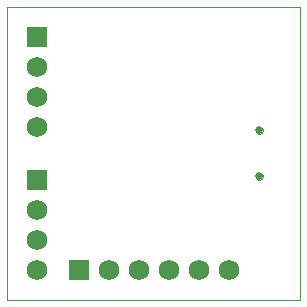
<source format=gbs>
G75*
%MOIN*%
%OFA0B0*%
%FSLAX25Y25*%
%IPPOS*%
%LPD*%
%AMOC8*
5,1,8,0,0,1.08239X$1,22.5*
%
%ADD10C,0.00000*%
%ADD11R,0.06825X0.06825*%
%ADD12C,0.06825*%
%ADD13C,0.02565*%
D10*
X0001600Y0001600D02*
X0001600Y0099100D01*
X0099100Y0099100D01*
X0099100Y0001600D01*
X0001600Y0001600D01*
X0084552Y0042673D02*
X0084554Y0042738D01*
X0084560Y0042804D01*
X0084570Y0042868D01*
X0084583Y0042932D01*
X0084601Y0042995D01*
X0084622Y0043057D01*
X0084647Y0043117D01*
X0084676Y0043176D01*
X0084708Y0043233D01*
X0084744Y0043288D01*
X0084782Y0043341D01*
X0084824Y0043391D01*
X0084869Y0043439D01*
X0084917Y0043484D01*
X0084967Y0043526D01*
X0085020Y0043564D01*
X0085075Y0043600D01*
X0085132Y0043632D01*
X0085191Y0043661D01*
X0085251Y0043686D01*
X0085313Y0043707D01*
X0085376Y0043725D01*
X0085440Y0043738D01*
X0085504Y0043748D01*
X0085570Y0043754D01*
X0085635Y0043756D01*
X0085700Y0043754D01*
X0085766Y0043748D01*
X0085830Y0043738D01*
X0085894Y0043725D01*
X0085957Y0043707D01*
X0086019Y0043686D01*
X0086079Y0043661D01*
X0086138Y0043632D01*
X0086195Y0043600D01*
X0086250Y0043564D01*
X0086303Y0043526D01*
X0086353Y0043484D01*
X0086401Y0043439D01*
X0086446Y0043391D01*
X0086488Y0043341D01*
X0086526Y0043288D01*
X0086562Y0043233D01*
X0086594Y0043176D01*
X0086623Y0043117D01*
X0086648Y0043057D01*
X0086669Y0042995D01*
X0086687Y0042932D01*
X0086700Y0042868D01*
X0086710Y0042804D01*
X0086716Y0042738D01*
X0086718Y0042673D01*
X0086716Y0042608D01*
X0086710Y0042542D01*
X0086700Y0042478D01*
X0086687Y0042414D01*
X0086669Y0042351D01*
X0086648Y0042289D01*
X0086623Y0042229D01*
X0086594Y0042170D01*
X0086562Y0042113D01*
X0086526Y0042058D01*
X0086488Y0042005D01*
X0086446Y0041955D01*
X0086401Y0041907D01*
X0086353Y0041862D01*
X0086303Y0041820D01*
X0086250Y0041782D01*
X0086195Y0041746D01*
X0086138Y0041714D01*
X0086079Y0041685D01*
X0086019Y0041660D01*
X0085957Y0041639D01*
X0085894Y0041621D01*
X0085830Y0041608D01*
X0085766Y0041598D01*
X0085700Y0041592D01*
X0085635Y0041590D01*
X0085570Y0041592D01*
X0085504Y0041598D01*
X0085440Y0041608D01*
X0085376Y0041621D01*
X0085313Y0041639D01*
X0085251Y0041660D01*
X0085191Y0041685D01*
X0085132Y0041714D01*
X0085075Y0041746D01*
X0085020Y0041782D01*
X0084967Y0041820D01*
X0084917Y0041862D01*
X0084869Y0041907D01*
X0084824Y0041955D01*
X0084782Y0042005D01*
X0084744Y0042058D01*
X0084708Y0042113D01*
X0084676Y0042170D01*
X0084647Y0042229D01*
X0084622Y0042289D01*
X0084601Y0042351D01*
X0084583Y0042414D01*
X0084570Y0042478D01*
X0084560Y0042542D01*
X0084554Y0042608D01*
X0084552Y0042673D01*
X0084552Y0058027D02*
X0084554Y0058092D01*
X0084560Y0058158D01*
X0084570Y0058222D01*
X0084583Y0058286D01*
X0084601Y0058349D01*
X0084622Y0058411D01*
X0084647Y0058471D01*
X0084676Y0058530D01*
X0084708Y0058587D01*
X0084744Y0058642D01*
X0084782Y0058695D01*
X0084824Y0058745D01*
X0084869Y0058793D01*
X0084917Y0058838D01*
X0084967Y0058880D01*
X0085020Y0058918D01*
X0085075Y0058954D01*
X0085132Y0058986D01*
X0085191Y0059015D01*
X0085251Y0059040D01*
X0085313Y0059061D01*
X0085376Y0059079D01*
X0085440Y0059092D01*
X0085504Y0059102D01*
X0085570Y0059108D01*
X0085635Y0059110D01*
X0085700Y0059108D01*
X0085766Y0059102D01*
X0085830Y0059092D01*
X0085894Y0059079D01*
X0085957Y0059061D01*
X0086019Y0059040D01*
X0086079Y0059015D01*
X0086138Y0058986D01*
X0086195Y0058954D01*
X0086250Y0058918D01*
X0086303Y0058880D01*
X0086353Y0058838D01*
X0086401Y0058793D01*
X0086446Y0058745D01*
X0086488Y0058695D01*
X0086526Y0058642D01*
X0086562Y0058587D01*
X0086594Y0058530D01*
X0086623Y0058471D01*
X0086648Y0058411D01*
X0086669Y0058349D01*
X0086687Y0058286D01*
X0086700Y0058222D01*
X0086710Y0058158D01*
X0086716Y0058092D01*
X0086718Y0058027D01*
X0086716Y0057962D01*
X0086710Y0057896D01*
X0086700Y0057832D01*
X0086687Y0057768D01*
X0086669Y0057705D01*
X0086648Y0057643D01*
X0086623Y0057583D01*
X0086594Y0057524D01*
X0086562Y0057467D01*
X0086526Y0057412D01*
X0086488Y0057359D01*
X0086446Y0057309D01*
X0086401Y0057261D01*
X0086353Y0057216D01*
X0086303Y0057174D01*
X0086250Y0057136D01*
X0086195Y0057100D01*
X0086138Y0057068D01*
X0086079Y0057039D01*
X0086019Y0057014D01*
X0085957Y0056993D01*
X0085894Y0056975D01*
X0085830Y0056962D01*
X0085766Y0056952D01*
X0085700Y0056946D01*
X0085635Y0056944D01*
X0085570Y0056946D01*
X0085504Y0056952D01*
X0085440Y0056962D01*
X0085376Y0056975D01*
X0085313Y0056993D01*
X0085251Y0057014D01*
X0085191Y0057039D01*
X0085132Y0057068D01*
X0085075Y0057100D01*
X0085020Y0057136D01*
X0084967Y0057174D01*
X0084917Y0057216D01*
X0084869Y0057261D01*
X0084824Y0057309D01*
X0084782Y0057359D01*
X0084744Y0057412D01*
X0084708Y0057467D01*
X0084676Y0057524D01*
X0084647Y0057583D01*
X0084622Y0057643D01*
X0084601Y0057705D01*
X0084583Y0057768D01*
X0084570Y0057832D01*
X0084560Y0057896D01*
X0084554Y0057962D01*
X0084552Y0058027D01*
D11*
X0025350Y0011600D03*
X0011600Y0041600D03*
X0011600Y0089100D03*
D12*
X0011600Y0079100D03*
X0011600Y0069100D03*
X0011600Y0059100D03*
X0011600Y0031600D03*
X0011600Y0021600D03*
X0011600Y0011600D03*
X0035350Y0011600D03*
X0045350Y0011600D03*
X0055350Y0011600D03*
X0065350Y0011600D03*
X0075350Y0011600D03*
D13*
X0085635Y0042673D03*
X0085635Y0058027D03*
M02*

</source>
